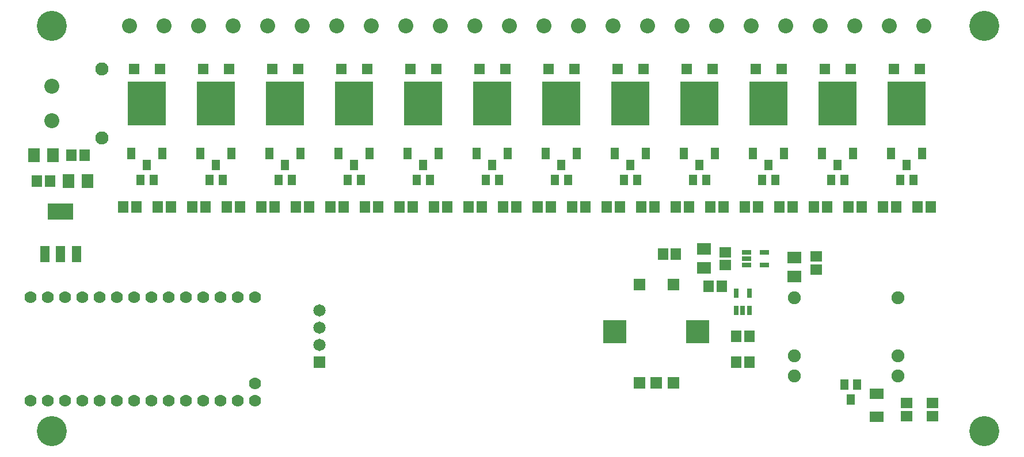
<source format=gts>
G75*
%MOIN*%
%OFA0B0*%
%FSLAX24Y24*%
%IPPOS*%
%LPD*%
%AMOC8*
5,1,8,0,0,1.08239X$1,22.5*
%
%ADD10C,0.0753*%
%ADD11R,0.0671X0.0592*%
%ADD12R,0.0474X0.0631*%
%ADD13R,0.0789X0.0631*%
%ADD14R,0.0560X0.0960*%
%ADD15R,0.1497X0.0946*%
%ADD16R,0.0710X0.0789*%
%ADD17R,0.0592X0.0671*%
%ADD18C,0.0700*%
%ADD19R,0.0297X0.0552*%
%ADD20R,0.0631X0.0631*%
%ADD21R,0.0552X0.0297*%
%ADD22R,0.0789X0.0710*%
%ADD23R,0.0714X0.0714*%
%ADD24C,0.0714*%
%ADD25R,0.1346X0.1346*%
%ADD26R,0.2206X0.2521*%
%ADD27R,0.0474X0.0710*%
%ADD28C,0.0867*%
%ADD29C,0.0760*%
%ADD30C,0.1740*%
D10*
X045180Y005371D03*
X045180Y006552D03*
X051180Y006552D03*
X051180Y005371D03*
X051180Y009899D03*
X045180Y009899D03*
D11*
X046430Y011556D03*
X046430Y012304D03*
X041180Y012554D03*
X041180Y011806D03*
X051680Y003804D03*
X051680Y003056D03*
X053180Y003056D03*
X053180Y003804D03*
D12*
X048804Y004863D03*
X048056Y004863D03*
X048430Y003997D03*
X048054Y016747D03*
X047306Y016747D03*
X047680Y017613D03*
X044054Y016747D03*
X043306Y016747D03*
X043680Y017613D03*
X040054Y016747D03*
X039306Y016747D03*
X039680Y017613D03*
X036054Y016747D03*
X035306Y016747D03*
X035680Y017613D03*
X032054Y016747D03*
X031306Y016747D03*
X031680Y017613D03*
X028054Y016747D03*
X027306Y016747D03*
X027680Y017613D03*
X024054Y016747D03*
X023306Y016747D03*
X023680Y017613D03*
X020054Y016747D03*
X019306Y016747D03*
X019680Y017613D03*
X016054Y016747D03*
X015306Y016747D03*
X015680Y017613D03*
X012054Y016747D03*
X011306Y016747D03*
X011680Y017613D03*
X008054Y016747D03*
X007306Y016747D03*
X007680Y017613D03*
X051306Y016747D03*
X052054Y016747D03*
X051680Y017613D03*
D13*
X049930Y004349D03*
X049930Y003011D03*
D14*
X003590Y012460D03*
X002680Y012460D03*
X001770Y012460D03*
D15*
X002680Y014900D03*
D16*
X003129Y016680D03*
X004231Y016680D03*
X002231Y018180D03*
X001129Y018180D03*
D17*
X003306Y018180D03*
X004054Y018180D03*
X002054Y016680D03*
X001306Y016680D03*
X006306Y015180D03*
X007054Y015180D03*
X008306Y015180D03*
X009054Y015180D03*
X010306Y015180D03*
X011054Y015180D03*
X012306Y015180D03*
X013054Y015180D03*
X014306Y015180D03*
X015054Y015180D03*
X016306Y015180D03*
X017054Y015180D03*
X018306Y015180D03*
X019054Y015180D03*
X020306Y015180D03*
X021054Y015180D03*
X022306Y015180D03*
X023054Y015180D03*
X024306Y015180D03*
X025054Y015180D03*
X026306Y015180D03*
X027054Y015180D03*
X028306Y015180D03*
X029054Y015180D03*
X030306Y015180D03*
X031054Y015180D03*
X032306Y015180D03*
X033054Y015180D03*
X034306Y015180D03*
X035054Y015180D03*
X036306Y015180D03*
X037054Y015180D03*
X038306Y015180D03*
X039054Y015180D03*
X040306Y015180D03*
X041054Y015180D03*
X042306Y015180D03*
X043054Y015180D03*
X044306Y015180D03*
X045054Y015180D03*
X046306Y015180D03*
X047054Y015180D03*
X048306Y015180D03*
X049054Y015180D03*
X050306Y015180D03*
X051054Y015180D03*
X052306Y015180D03*
X053054Y015180D03*
X040956Y010574D03*
X040208Y010574D03*
X038304Y012430D03*
X037556Y012430D03*
X041806Y007680D03*
X042554Y007680D03*
X042554Y006180D03*
X041806Y006180D03*
D18*
X013930Y004930D03*
X013930Y003930D03*
X012930Y003930D03*
X011930Y003930D03*
X010930Y003930D03*
X009930Y003930D03*
X008930Y003930D03*
X007930Y003930D03*
X006930Y003930D03*
X005930Y003930D03*
X004930Y003930D03*
X003930Y003930D03*
X002930Y003930D03*
X001930Y003930D03*
X000930Y003930D03*
X000930Y009930D03*
X001930Y009930D03*
X002930Y009930D03*
X003930Y009930D03*
X004930Y009930D03*
X005930Y009930D03*
X006930Y009930D03*
X007930Y009930D03*
X008930Y009930D03*
X009930Y009930D03*
X010930Y009930D03*
X011930Y009930D03*
X012930Y009930D03*
X013930Y009930D03*
D19*
X041806Y010192D03*
X042554Y010192D03*
X042554Y009168D03*
X042180Y009168D03*
X041806Y009168D03*
D20*
X042932Y023180D03*
X044428Y023180D03*
X046932Y023180D03*
X048428Y023180D03*
X050932Y023180D03*
X052428Y023180D03*
X040428Y023180D03*
X038932Y023180D03*
X036428Y023180D03*
X034932Y023180D03*
X032428Y023180D03*
X030932Y023180D03*
X028428Y023180D03*
X026932Y023180D03*
X024428Y023180D03*
X022932Y023180D03*
X020428Y023180D03*
X018932Y023180D03*
X016428Y023180D03*
X014932Y023180D03*
X012428Y023180D03*
X010932Y023180D03*
X008428Y023180D03*
X006932Y023180D03*
D21*
X042418Y012554D03*
X042418Y012180D03*
X042418Y011806D03*
X043442Y011806D03*
X043442Y012554D03*
D22*
X045180Y012231D03*
X045180Y011129D03*
X039930Y011629D03*
X039930Y012731D03*
D23*
X038164Y010686D03*
X036196Y010686D03*
X036196Y004977D03*
X037180Y004977D03*
X038164Y004977D03*
X017680Y006180D03*
D24*
X017680Y007180D03*
X017680Y008180D03*
X017680Y009180D03*
D25*
X034778Y007930D03*
X039582Y007930D03*
D26*
X039680Y021164D03*
X035680Y021164D03*
X031680Y021164D03*
X027680Y021164D03*
X023680Y021164D03*
X019680Y021164D03*
X015680Y021164D03*
X011680Y021164D03*
X007680Y021164D03*
X043680Y021164D03*
X047680Y021164D03*
X051680Y021164D03*
D27*
X050782Y018290D03*
X052578Y018290D03*
X048578Y018290D03*
X046782Y018290D03*
X044578Y018290D03*
X042782Y018290D03*
X040578Y018290D03*
X038782Y018290D03*
X036578Y018290D03*
X034782Y018290D03*
X032578Y018290D03*
X030782Y018290D03*
X028578Y018290D03*
X026782Y018290D03*
X024578Y018290D03*
X022782Y018290D03*
X020578Y018290D03*
X018782Y018290D03*
X016578Y018290D03*
X014782Y018290D03*
X012578Y018290D03*
X010782Y018290D03*
X008578Y018290D03*
X006782Y018290D03*
D28*
X002170Y020172D03*
X002170Y022172D03*
X006672Y025690D03*
X008672Y025690D03*
X010672Y025690D03*
X012672Y025690D03*
X014672Y025690D03*
X016672Y025690D03*
X018672Y025690D03*
X020672Y025690D03*
X022672Y025690D03*
X024672Y025690D03*
X026672Y025690D03*
X028672Y025690D03*
X030672Y025690D03*
X032672Y025690D03*
X034672Y025690D03*
X036672Y025690D03*
X038672Y025690D03*
X040672Y025690D03*
X042672Y025690D03*
X044672Y025690D03*
X046672Y025690D03*
X048672Y025690D03*
X050672Y025690D03*
X052672Y025690D03*
D29*
X005055Y023180D03*
X005055Y019180D03*
D30*
X002180Y002180D03*
X002180Y025680D03*
X056180Y025680D03*
X056180Y002180D03*
M02*

</source>
